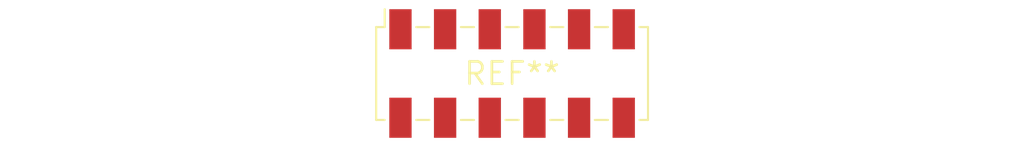
<source format=kicad_pcb>
(kicad_pcb (version 20240108) (generator pcbnew)
  (layers (0 "F.Cu" signal) (31 "B.Cu" signal) (34 "B.Paste" user) (35 "F.Paste" user) (36 "B.SilkS" user "B.Silkscreen") (37 "F.SilkS" user "F.Silkscreen") (38 "B.Mask" user) (39 "F.Mask" user) (44 "Edge.Cuts" user))
  (net 0 "")
  (footprint "Samtec_HLE-106-02-xxx-DV-A_2x06_P2.54mm_Horizontal" (layer "F.Cu") (at 0 0)
    (property "Reference" "REF**")
    (property "Value" "Samtec_HLE-106-02-xxx-DV-A_2x06_P2.54mm_Horizontal")
    (fp_line (start -7.73 -2.65) (end -7.73 2.65) (layer "F.SilkS") (stroke (width 0.12)))
    (fp_line (start -7.73 2.65) (end -7.245 2.65) (layer "F.SilkS") (stroke (width 0.12)))
    (fp_line (start -7.245 -3.67) (end -7.245 -2.65) (layer "F.SilkS") (stroke (width 0.12)))
    (fp_line (start -7.245 -2.65) (end -7.73 -2.65) (layer "F.SilkS") (stroke (width 0.12)))
    (fp_line (start -5.455 -2.65) (end -4.705 -2.65) (layer "F.SilkS") (stroke (width 0.12)))
    (fp_line (start -5.455 2.65) (end -4.705 2.65) (layer "F.SilkS") (stroke (width 0.12)))
    (fp_line (start -2.915 -2.65) (end -2.165 -2.65) (layer "F.SilkS") (stroke (width 0.12)))
    (fp_line (start -2.915 2.65) (end -2.165 2.65) (layer "F.SilkS") (stroke (width 0.12)))
    (fp_line (start -0.375 -2.65) (end 0.375 -2.65) (layer "F.SilkS") (stroke (width 0.12)))
    (fp_line (start -0.375 2.65) (end 0.375 2.65) (layer "F.SilkS") (stroke (width 0.12)))
    (fp_line (start 2.165 -2.65) (end 2.915 -2.65) (layer "F.SilkS") (stroke (width 0.12)))
    (fp_line (start 2.165 2.65) (end 2.915 2.65) (layer "F.SilkS") (stroke (width 0.12)))
    (fp_line (start 4.705 -2.65) (end 5.455 -2.65) (layer "F.SilkS") (stroke (width 0.12)))
    (fp_line (start 4.705 2.65) (end 5.455 2.65) (layer "F.SilkS") (stroke (width 0.12)))
    (fp_line (start 7.245 -2.65) (end 7.73 -2.65) (layer "F.SilkS") (stroke (width 0.12)))
    (fp_line (start 7.73 -2.65) (end 7.73 2.65) (layer "F.SilkS") (stroke (width 0.12)))
    (fp_line (start 7.73 2.65) (end 7.245 2.65) (layer "F.SilkS") (stroke (width 0.12)))
    (pad "" np_thru_hole circle (at -5.08 0) (size 1.78 1.78) (drill 1.78) (layers *.Cu *.Mask))
    (pad "" np_thru_hole circle (at 5.08 0) (size 1.78 1.78) (drill 1.78) (layers *.Cu *.Mask))
    (pad "1" smd rect (at -6.35 -2.525) (size 1.27 2.29) (layers "F.Cu" "F.Paste" "F.Mask"))
    (pad "2" smd rect (at -6.35 2.525) (size 1.27 2.29) (layers "F.Cu" "F.Paste" "F.Mask"))
    (pad "3" smd rect (at -3.81 -2.525) (size 1.27 2.29) (layers "F.Cu" "F.Paste" "F.Mask"))
    (pad "4" smd rect (at -3.81 2.525) (size 1.27 2.29) (layers "F.Cu" "F.Paste" "F.Mask"))
    (pad "5" smd rect (at -1.27 -2.525) (size 1.27 2.29) (layers "F.Cu" "F.Paste" "F.Mask"))
    (pad "6" smd rect (at -1.27 2.525) (size 1.27 2.29) (layers "F.Cu" "F.Paste" "F.Mask"))
    (pad "7" smd rect (at 1.27 -2.525) (size 1.27 2.29) (layers "F.Cu" "F.Paste" "F.Mask"))
    (pad "8" smd rect (at 1.27 2.525) (size 1.27 2.29) (layers "F.Cu" "F.Paste" "F.Mask"))
    (pad "9" smd rect (at 3.81 -2.525) (size 1.27 2.29) (layers "F.Cu" "F.Paste" "F.Mask"))
    (pad "10" smd rect (at 3.81 2.525) (size 1.27 2.29) (layers "F.Cu" "F.Paste" "F.Mask"))
    (pad "11" smd rect (at 6.35 -2.525) (size 1.27 2.29) (layers "F.Cu" "F.Paste" "F.Mask"))
    (pad "12" smd rect (at 6.35 2.525) (size 1.27 2.29) (layers "F.Cu" "F.Paste" "F.Mask"))
  )
)
</source>
